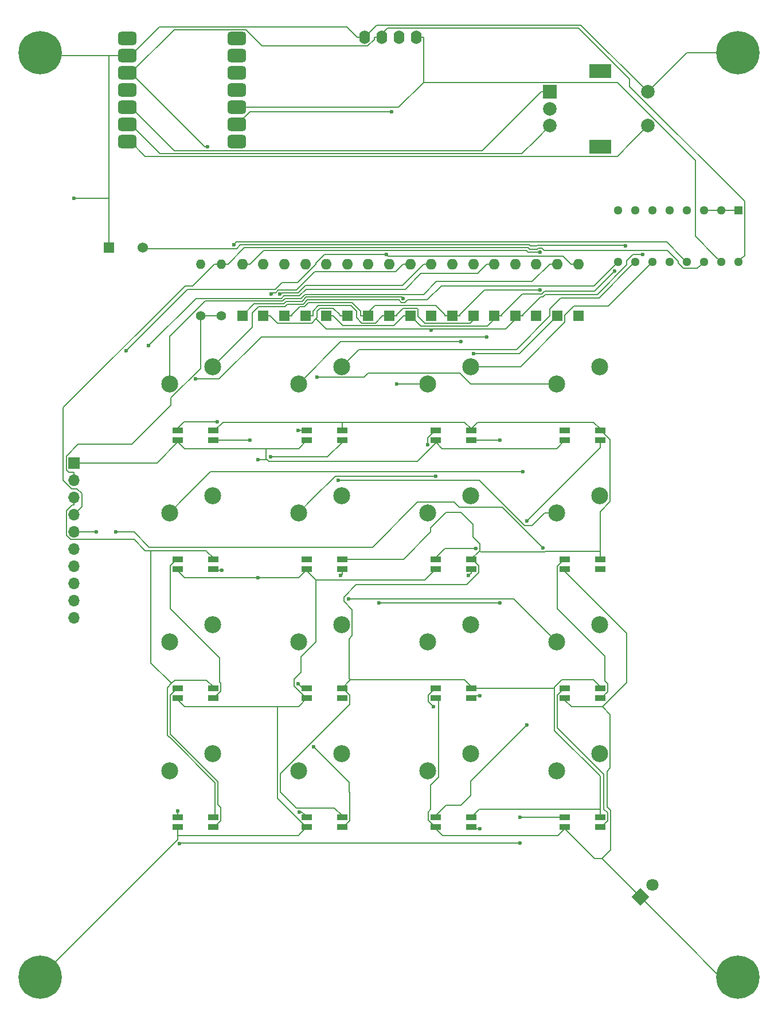
<source format=gbl>
G04 #@! TF.GenerationSoftware,KiCad,Pcbnew,8.0.6-8.0.6-0~ubuntu22.04.1*
G04 #@! TF.CreationDate,2024-10-20T22:38:44+08:00*
G04 #@! TF.ProjectId,MacroPad,4d616372-6f50-4616-942e-6b696361645f,rev?*
G04 #@! TF.SameCoordinates,Original*
G04 #@! TF.FileFunction,Copper,L2,Bot*
G04 #@! TF.FilePolarity,Positive*
%FSLAX46Y46*%
G04 Gerber Fmt 4.6, Leading zero omitted, Abs format (unit mm)*
G04 Created by KiCad (PCBNEW 8.0.6-8.0.6-0~ubuntu22.04.1) date 2024-10-20 22:38:44*
%MOMM*%
%LPD*%
G01*
G04 APERTURE LIST*
G04 Aperture macros list*
%AMRoundRect*
0 Rectangle with rounded corners*
0 $1 Rounding radius*
0 $2 $3 $4 $5 $6 $7 $8 $9 X,Y pos of 4 corners*
0 Add a 4 corners polygon primitive as box body*
4,1,4,$2,$3,$4,$5,$6,$7,$8,$9,$2,$3,0*
0 Add four circle primitives for the rounded corners*
1,1,$1+$1,$2,$3*
1,1,$1+$1,$4,$5*
1,1,$1+$1,$6,$7*
1,1,$1+$1,$8,$9*
0 Add four rect primitives between the rounded corners*
20,1,$1+$1,$2,$3,$4,$5,0*
20,1,$1+$1,$4,$5,$6,$7,0*
20,1,$1+$1,$6,$7,$8,$9,0*
20,1,$1+$1,$8,$9,$2,$3,0*%
%AMRotRect*
0 Rectangle, with rotation*
0 The origin of the aperture is its center*
0 $1 length*
0 $2 width*
0 $3 Rotation angle, in degrees counterclockwise*
0 Add horizontal line*
21,1,$1,$2,0,0,$3*%
G04 Aperture macros list end*
G04 #@! TA.AperFunction,ComponentPad*
%ADD10C,2.500000*%
G04 #@! TD*
G04 #@! TA.AperFunction,SMDPad,CuDef*
%ADD11RoundRect,0.082000X-0.718000X0.328000X-0.718000X-0.328000X0.718000X-0.328000X0.718000X0.328000X0*%
G04 #@! TD*
G04 #@! TA.AperFunction,ComponentPad*
%ADD12R,2.000000X2.000000*%
G04 #@! TD*
G04 #@! TA.AperFunction,ComponentPad*
%ADD13C,2.000000*%
G04 #@! TD*
G04 #@! TA.AperFunction,ComponentPad*
%ADD14R,3.200000X2.000000*%
G04 #@! TD*
G04 #@! TA.AperFunction,ComponentPad*
%ADD15R,1.524000X1.524000*%
G04 #@! TD*
G04 #@! TA.AperFunction,ComponentPad*
%ADD16C,1.524000*%
G04 #@! TD*
G04 #@! TA.AperFunction,ComponentPad*
%ADD17C,6.400000*%
G04 #@! TD*
G04 #@! TA.AperFunction,ComponentPad*
%ADD18R,1.295400X1.295400*%
G04 #@! TD*
G04 #@! TA.AperFunction,ComponentPad*
%ADD19C,1.295400*%
G04 #@! TD*
G04 #@! TA.AperFunction,ComponentPad*
%ADD20RotRect,1.800000X1.800000X45.000000*%
G04 #@! TD*
G04 #@! TA.AperFunction,ComponentPad*
%ADD21C,1.800000*%
G04 #@! TD*
G04 #@! TA.AperFunction,ComponentPad*
%ADD22O,1.600000X2.000000*%
G04 #@! TD*
G04 #@! TA.AperFunction,ComponentPad*
%ADD23R,1.600000X1.600000*%
G04 #@! TD*
G04 #@! TA.AperFunction,ComponentPad*
%ADD24O,1.600000X1.600000*%
G04 #@! TD*
G04 #@! TA.AperFunction,ComponentPad*
%ADD25C,1.400000*%
G04 #@! TD*
G04 #@! TA.AperFunction,ComponentPad*
%ADD26O,1.400000X1.400000*%
G04 #@! TD*
G04 #@! TA.AperFunction,SMDPad,CuDef*
%ADD27RoundRect,0.500000X0.875000X0.500000X-0.875000X0.500000X-0.875000X-0.500000X0.875000X-0.500000X0*%
G04 #@! TD*
G04 #@! TA.AperFunction,ComponentPad*
%ADD28C,1.600000*%
G04 #@! TD*
G04 #@! TA.AperFunction,ComponentPad*
%ADD29R,1.700000X1.700000*%
G04 #@! TD*
G04 #@! TA.AperFunction,ComponentPad*
%ADD30O,1.700000X1.700000*%
G04 #@! TD*
G04 #@! TA.AperFunction,ViaPad*
%ADD31C,0.600000*%
G04 #@! TD*
G04 #@! TA.AperFunction,Conductor*
%ADD32C,0.200000*%
G04 #@! TD*
G04 APERTURE END LIST*
D10*
G04 #@! TO.P,SW12,1,1*
G04 #@! TO.N,Net-(D11-A)*
X101037500Y-119372500D03*
G04 #@! TO.P,SW12,2,2*
G04 #@! TO.N,COL3*
X107387500Y-116832500D03*
G04 #@! TD*
G04 #@! TO.P,SW14,1,1*
G04 #@! TO.N,Net-(D13-A)*
X120087500Y-81272500D03*
G04 #@! TO.P,SW14,2,2*
G04 #@! TO.N,COL4*
X126437500Y-78732500D03*
G04 #@! TD*
G04 #@! TO.P,SW5,1,1*
G04 #@! TO.N,Net-(D4-A)*
X62937500Y-138422500D03*
G04 #@! TO.P,SW5,2,2*
G04 #@! TO.N,COL1*
X69287500Y-135882500D03*
G04 #@! TD*
G04 #@! TO.P,SW13,1,1*
G04 #@! TO.N,Net-(D12-A)*
X101037500Y-138422500D03*
G04 #@! TO.P,SW13,2,2*
G04 #@! TO.N,COL3*
X107387500Y-135882500D03*
G04 #@! TD*
G04 #@! TO.P,SW8,1,1*
G04 #@! TO.N,Net-(D7-A)*
X81987500Y-119372500D03*
G04 #@! TO.P,SW8,2,2*
G04 #@! TO.N,COL2*
X88337500Y-116832500D03*
G04 #@! TD*
G04 #@! TO.P,SW7,1,1*
G04 #@! TO.N,Net-(D6-A)*
X81987500Y-100322500D03*
G04 #@! TO.P,SW7,2,2*
G04 #@! TO.N,COL2*
X88337500Y-97782500D03*
G04 #@! TD*
D11*
G04 #@! TO.P,D29,1,DOUT*
G04 #@! TO.N,Net-(D29-DOUT)*
X121297500Y-88142499D03*
G04 #@! TO.P,D29,2,VSS*
G04 #@! TO.N,GND*
X121297500Y-89642499D03*
G04 #@! TO.P,D29,3,DIN*
G04 #@! TO.N,Net-(D28-DOUT)*
X126497500Y-89642499D03*
G04 #@! TO.P,D29,4,VDD*
G04 #@! TO.N,5V*
X126497500Y-88142499D03*
G04 #@! TD*
D10*
G04 #@! TO.P,SW15,1,1*
G04 #@! TO.N,Net-(D14-A)*
X120087500Y-100322500D03*
G04 #@! TO.P,SW15,2,2*
G04 #@! TO.N,COL4*
X126437500Y-97782500D03*
G04 #@! TD*
G04 #@! TO.P,SW11,1,1*
G04 #@! TO.N,Net-(D10-A)*
X101037500Y-100322500D03*
G04 #@! TO.P,SW11,2,2*
G04 #@! TO.N,COL3*
X107387500Y-97782500D03*
G04 #@! TD*
D12*
G04 #@! TO.P,SW1,A,A*
G04 #@! TO.N,EC11A*
X119072500Y-38157500D03*
D13*
G04 #@! TO.P,SW1,B,B*
G04 #@! TO.N,EC11B*
X119072500Y-43157500D03*
G04 #@! TO.P,SW1,C,C*
G04 #@! TO.N,GND*
X119072500Y-40657500D03*
D14*
G04 #@! TO.P,SW1,MP*
G04 #@! TO.N,N/C*
X126572500Y-35057500D03*
X126572500Y-46257500D03*
D13*
G04 #@! TO.P,SW1,S1,S1*
G04 #@! TO.N,EC11SW*
X133572500Y-43157500D03*
G04 #@! TO.P,SW1,S2,S2*
G04 #@! TO.N,GND*
X133572500Y-38157500D03*
G04 #@! TD*
D15*
G04 #@! TO.P,U3,1,1*
G04 #@! TO.N,GND*
X53989300Y-61157500D03*
D16*
G04 #@! TO.P,U3,2,2*
G04 #@! TO.N,Net-(D34-K)*
X58989300Y-61157500D03*
G04 #@! TD*
D11*
G04 #@! TO.P,D22,1,DOUT*
G04 #@! TO.N,Net-(D22-DOUT)*
X83197500Y-107192499D03*
G04 #@! TO.P,D22,2,VSS*
G04 #@! TO.N,GND*
X83197500Y-108692499D03*
G04 #@! TO.P,D22,3,DIN*
G04 #@! TO.N,Net-(D21-DOUT)*
X88397500Y-108692499D03*
G04 #@! TO.P,D22,4,VDD*
G04 #@! TO.N,5V*
X88397500Y-107192499D03*
G04 #@! TD*
G04 #@! TO.P,D30,1,DOUT*
G04 #@! TO.N,Net-(D30-DOUT)*
X121297500Y-107192499D03*
G04 #@! TO.P,D30,2,VSS*
G04 #@! TO.N,GND*
X121297500Y-108692499D03*
G04 #@! TO.P,D30,3,DIN*
G04 #@! TO.N,Net-(D29-DOUT)*
X126497500Y-108692499D03*
G04 #@! TO.P,D30,4,VDD*
G04 #@! TO.N,5V*
X126497500Y-107192499D03*
G04 #@! TD*
D17*
G04 #@! TO.P,H2,1,1*
G04 #@! TO.N,GND*
X43822500Y-32407500D03*
G04 #@! TD*
D11*
G04 #@! TO.P,D26,1,DOUT*
G04 #@! TO.N,Net-(D26-DOUT)*
X102247500Y-107192499D03*
G04 #@! TO.P,D26,2,VSS*
G04 #@! TO.N,GND*
X102247500Y-108692499D03*
G04 #@! TO.P,D26,3,DIN*
G04 #@! TO.N,Net-(D25-DOUT)*
X107447500Y-108692499D03*
G04 #@! TO.P,D26,4,VDD*
G04 #@! TO.N,5V*
X107447500Y-107192499D03*
G04 #@! TD*
G04 #@! TO.P,D28,1,DOUT*
G04 #@! TO.N,Net-(D28-DOUT)*
X102247500Y-145292499D03*
G04 #@! TO.P,D28,2,VSS*
G04 #@! TO.N,GND*
X102247500Y-146792499D03*
G04 #@! TO.P,D28,3,DIN*
G04 #@! TO.N,Net-(D27-DOUT)*
X107447500Y-146792499D03*
G04 #@! TO.P,D28,4,VDD*
G04 #@! TO.N,5V*
X107447500Y-145292499D03*
G04 #@! TD*
D18*
G04 #@! TO.P,U2,1,A0*
G04 #@! TO.N,GND*
X146902500Y-55657500D03*
D19*
G04 #@! TO.P,U2,2,A1*
X144362500Y-55657500D03*
G04 #@! TO.P,U2,3,A2*
X141822500Y-55657500D03*
G04 #@! TO.P,U2,4,P0*
G04 #@! TO.N,ROW1*
X139282500Y-55657500D03*
G04 #@! TO.P,U2,5,P1*
G04 #@! TO.N,ROW2*
X136742500Y-55657500D03*
G04 #@! TO.P,U2,6,P2*
G04 #@! TO.N,ROW3*
X134202500Y-55657500D03*
G04 #@! TO.P,U2,7,P3*
G04 #@! TO.N,ROW4*
X131662500Y-55657500D03*
G04 #@! TO.P,U2,8,VSS*
G04 #@! TO.N,GND*
X129122500Y-55657500D03*
G04 #@! TO.P,U2,9,P4*
G04 #@! TO.N,COL1*
X129122500Y-63277500D03*
G04 #@! TO.P,U2,10,P5*
G04 #@! TO.N,COL2*
X131662500Y-63277500D03*
G04 #@! TO.P,U2,11,P6*
G04 #@! TO.N,COL3*
X134202500Y-63277500D03*
G04 #@! TO.P,U2,12,P7*
G04 #@! TO.N,COL4*
X136742500Y-63277500D03*
G04 #@! TO.P,U2,13,~{INT}*
G04 #@! TO.N,INT*
X139282500Y-63277500D03*
G04 #@! TO.P,U2,14,SCL*
G04 #@! TO.N,SCL*
X141822500Y-63277500D03*
G04 #@! TO.P,U2,15,SDA*
G04 #@! TO.N,SDA*
X144362500Y-63277500D03*
G04 #@! TO.P,U2,16,VDD*
G04 #@! TO.N,3V3*
X146902500Y-63277500D03*
G04 #@! TD*
D10*
G04 #@! TO.P,SW9,1,1*
G04 #@! TO.N,Net-(D8-A)*
X81987500Y-138422500D03*
G04 #@! TO.P,SW9,2,2*
G04 #@! TO.N,COL2*
X88337500Y-135882500D03*
G04 #@! TD*
G04 #@! TO.P,SW10,1,1*
G04 #@! TO.N,Net-(D9-A)*
X101037500Y-81272500D03*
G04 #@! TO.P,SW10,2,2*
G04 #@! TO.N,COL3*
X107387500Y-78732500D03*
G04 #@! TD*
D17*
G04 #@! TO.P,H3,1,1*
G04 #@! TO.N,GND*
X146822500Y-168907500D03*
G04 #@! TD*
G04 #@! TO.P,H4,1,1*
G04 #@! TO.N,GND*
X43822500Y-168907500D03*
G04 #@! TD*
D11*
G04 #@! TO.P,D18,1,DOUT*
G04 #@! TO.N,Net-(D18-DOUT)*
X64147500Y-107192499D03*
G04 #@! TO.P,D18,2,VSS*
G04 #@! TO.N,GND*
X64147500Y-108692499D03*
G04 #@! TO.P,D18,3,DIN*
G04 #@! TO.N,Net-(D17-DOUT)*
X69347500Y-108692499D03*
G04 #@! TO.P,D18,4,VDD*
G04 #@! TO.N,5V*
X69347500Y-107192499D03*
G04 #@! TD*
G04 #@! TO.P,D19,1,DOUT*
G04 #@! TO.N,Net-(D19-DOUT)*
X64147500Y-126242499D03*
G04 #@! TO.P,D19,2,VSS*
G04 #@! TO.N,GND*
X64147500Y-127742499D03*
G04 #@! TO.P,D19,3,DIN*
G04 #@! TO.N,Net-(D18-DOUT)*
X69347500Y-127742499D03*
G04 #@! TO.P,D19,4,VDD*
G04 #@! TO.N,5V*
X69347500Y-126242499D03*
G04 #@! TD*
D10*
G04 #@! TO.P,SW17,1,1*
G04 #@! TO.N,Net-(D16-A)*
X120087500Y-138422500D03*
G04 #@! TO.P,SW17,2,2*
G04 #@! TO.N,COL4*
X126437500Y-135882500D03*
G04 #@! TD*
D11*
G04 #@! TO.P,D31,1,DOUT*
G04 #@! TO.N,Net-(D31-DOUT)*
X121297500Y-126242499D03*
G04 #@! TO.P,D31,2,VSS*
G04 #@! TO.N,GND*
X121297500Y-127742499D03*
G04 #@! TO.P,D31,3,DIN*
G04 #@! TO.N,Net-(D30-DOUT)*
X126497500Y-127742499D03*
G04 #@! TO.P,D31,4,VDD*
G04 #@! TO.N,5V*
X126497500Y-126242499D03*
G04 #@! TD*
D10*
G04 #@! TO.P,SW4,1,1*
G04 #@! TO.N,Net-(D3-A)*
X62937500Y-119372500D03*
G04 #@! TO.P,SW4,2,2*
G04 #@! TO.N,COL1*
X69287500Y-116832500D03*
G04 #@! TD*
D20*
G04 #@! TO.P,D33,1,K*
G04 #@! TO.N,GND*
X132420900Y-157059100D03*
D21*
G04 #@! TO.P,D33,2,A*
G04 #@! TO.N,RedLED*
X134216951Y-155263049D03*
G04 #@! TD*
D11*
G04 #@! TO.P,D24,1,DOUT*
G04 #@! TO.N,Net-(D24-DOUT)*
X83197500Y-145292499D03*
G04 #@! TO.P,D24,2,VSS*
G04 #@! TO.N,GND*
X83197500Y-146792499D03*
G04 #@! TO.P,D24,3,DIN*
G04 #@! TO.N,Net-(D23-DOUT)*
X88397500Y-146792499D03*
G04 #@! TO.P,D24,4,VDD*
G04 #@! TO.N,5V*
X88397500Y-145292499D03*
G04 #@! TD*
G04 #@! TO.P,D32,1,DOUT*
G04 #@! TO.N,NeoPixelsEnd*
X121297500Y-145292499D03*
G04 #@! TO.P,D32,2,VSS*
G04 #@! TO.N,GND*
X121297500Y-146792499D03*
G04 #@! TO.P,D32,3,DIN*
G04 #@! TO.N,Net-(D31-DOUT)*
X126497500Y-146792499D03*
G04 #@! TO.P,D32,4,VDD*
G04 #@! TO.N,5V*
X126497500Y-145292499D03*
G04 #@! TD*
D10*
G04 #@! TO.P,SW16,1,1*
G04 #@! TO.N,Net-(D15-A)*
X120087500Y-119372500D03*
G04 #@! TO.P,SW16,2,2*
G04 #@! TO.N,COL4*
X126437500Y-116832500D03*
G04 #@! TD*
G04 #@! TO.P,SW3,1,1*
G04 #@! TO.N,Net-(D2-A)*
X62937500Y-100322500D03*
G04 #@! TO.P,SW3,2,2*
G04 #@! TO.N,COL1*
X69287500Y-97782500D03*
G04 #@! TD*
D11*
G04 #@! TO.P,D23,1,DOUT*
G04 #@! TO.N,Net-(D23-DOUT)*
X83197500Y-126242499D03*
G04 #@! TO.P,D23,2,VSS*
G04 #@! TO.N,GND*
X83197500Y-127742499D03*
G04 #@! TO.P,D23,3,DIN*
G04 #@! TO.N,Net-(D22-DOUT)*
X88397500Y-127742499D03*
G04 #@! TO.P,D23,4,VDD*
G04 #@! TO.N,5V*
X88397500Y-126242499D03*
G04 #@! TD*
D22*
G04 #@! TO.P,Brd1,1,GND*
G04 #@! TO.N,GND*
X91702500Y-30057500D03*
G04 #@! TO.P,Brd1,2,VCC*
G04 #@! TO.N,3V3*
X94242500Y-30057500D03*
G04 #@! TO.P,Brd1,3,SCL*
G04 #@! TO.N,SCL*
X96782500Y-30057500D03*
G04 #@! TO.P,Brd1,4,SDA*
G04 #@! TO.N,SDA*
X99322500Y-30057500D03*
G04 #@! TD*
D17*
G04 #@! TO.P,H1,1,1*
G04 #@! TO.N,GND*
X146822500Y-32407500D03*
G04 #@! TD*
D11*
G04 #@! TO.P,D25,1,DOUT*
G04 #@! TO.N,Net-(D25-DOUT)*
X102247500Y-88142499D03*
G04 #@! TO.P,D25,2,VSS*
G04 #@! TO.N,GND*
X102247500Y-89642499D03*
G04 #@! TO.P,D25,3,DIN*
G04 #@! TO.N,Net-(D24-DOUT)*
X107447500Y-89642499D03*
G04 #@! TO.P,D25,4,VDD*
G04 #@! TO.N,5V*
X107447500Y-88142499D03*
G04 #@! TD*
G04 #@! TO.P,D21,1,DOUT*
G04 #@! TO.N,Net-(D21-DOUT)*
X83197500Y-88142499D03*
G04 #@! TO.P,D21,2,VSS*
G04 #@! TO.N,GND*
X83197500Y-89642499D03*
G04 #@! TO.P,D21,3,DIN*
G04 #@! TO.N,Net-(D20-DOUT)*
X88397500Y-89642499D03*
G04 #@! TO.P,D21,4,VDD*
G04 #@! TO.N,5V*
X88397500Y-88142499D03*
G04 #@! TD*
D10*
G04 #@! TO.P,SW6,1,1*
G04 #@! TO.N,Net-(D5-A)*
X81987500Y-81272500D03*
G04 #@! TO.P,SW6,2,2*
G04 #@! TO.N,COL2*
X88337500Y-78732500D03*
G04 #@! TD*
D11*
G04 #@! TO.P,D27,1,DOUT*
G04 #@! TO.N,Net-(D27-DOUT)*
X102247500Y-126242499D03*
G04 #@! TO.P,D27,2,VSS*
G04 #@! TO.N,GND*
X102247500Y-127742499D03*
G04 #@! TO.P,D27,3,DIN*
G04 #@! TO.N,Net-(D26-DOUT)*
X107447500Y-127742499D03*
G04 #@! TO.P,D27,4,VDD*
G04 #@! TO.N,5V*
X107447500Y-126242499D03*
G04 #@! TD*
D10*
G04 #@! TO.P,SW2,1,1*
G04 #@! TO.N,Net-(D1-A)*
X62937500Y-81272500D03*
G04 #@! TO.P,SW2,2,2*
G04 #@! TO.N,COL1*
X69287500Y-78732500D03*
G04 #@! TD*
D11*
G04 #@! TO.P,D17,1,DOUT*
G04 #@! TO.N,Net-(D17-DOUT)*
X64147500Y-88142499D03*
G04 #@! TO.P,D17,2,VSS*
G04 #@! TO.N,GND*
X64147500Y-89642499D03*
G04 #@! TO.P,D17,3,DIN*
G04 #@! TO.N,Neopixels*
X69347500Y-89642499D03*
G04 #@! TO.P,D17,4,VDD*
G04 #@! TO.N,5V*
X69347500Y-88142499D03*
G04 #@! TD*
G04 #@! TO.P,D20,1,DOUT*
G04 #@! TO.N,Net-(D20-DOUT)*
X64147500Y-145292499D03*
G04 #@! TO.P,D20,2,VSS*
G04 #@! TO.N,GND*
X64147500Y-146792499D03*
G04 #@! TO.P,D20,3,DIN*
G04 #@! TO.N,Net-(D19-DOUT)*
X69347500Y-146792499D03*
G04 #@! TO.P,D20,4,VDD*
G04 #@! TO.N,5V*
X69347500Y-145292499D03*
G04 #@! TD*
D23*
G04 #@! TO.P,D10,1,K*
G04 #@! TO.N,ROW3*
X92282500Y-71197500D03*
D24*
G04 #@! TO.P,D10,2,A*
G04 #@! TO.N,Net-(D10-A)*
X92282500Y-63577500D03*
G04 #@! TD*
D23*
G04 #@! TO.P,D7,1,K*
G04 #@! TO.N,ROW2*
X101582500Y-71197500D03*
D24*
G04 #@! TO.P,D7,2,A*
G04 #@! TO.N,Net-(D7-A)*
X101582500Y-63577500D03*
G04 #@! TD*
D25*
G04 #@! TO.P,R2,1*
G04 #@! TO.N,3V3*
X67482500Y-71197500D03*
D26*
G04 #@! TO.P,R2,2*
G04 #@! TO.N,SDA*
X67482500Y-63577500D03*
G04 #@! TD*
D25*
G04 #@! TO.P,R1,1*
G04 #@! TO.N,3V3*
X70582500Y-71197500D03*
D26*
G04 #@! TO.P,R1,2*
G04 #@! TO.N,SCL*
X70582500Y-63577500D03*
G04 #@! TD*
D23*
G04 #@! TO.P,D8,1,K*
G04 #@! TO.N,ROW1*
X98482500Y-71197500D03*
D24*
G04 #@! TO.P,D8,2,A*
G04 #@! TO.N,Net-(D8-A)*
X98482500Y-63577500D03*
G04 #@! TD*
D23*
G04 #@! TO.P,D16,1,K*
G04 #@! TO.N,ROW1*
X73682500Y-71197500D03*
D24*
G04 #@! TO.P,D16,2,A*
G04 #@! TO.N,Net-(D16-A)*
X73682500Y-63577500D03*
G04 #@! TD*
D23*
G04 #@! TO.P,D34,1,K*
G04 #@! TO.N,Net-(D34-K)*
X123282500Y-71197500D03*
D24*
G04 #@! TO.P,D34,2,A*
G04 #@! TO.N,Buzzer*
X123282500Y-63577500D03*
G04 #@! TD*
D27*
G04 #@! TO.P,U1,1,PA02_A0_D0*
G04 #@! TO.N,Buzzer*
X72887500Y-30287500D03*
D23*
X72442500Y-30287500D03*
D27*
G04 #@! TO.P,U1,2,PA4_A1_D1*
G04 #@! TO.N,Neopixels*
X72887500Y-32827500D03*
D28*
X72442500Y-32827500D03*
D27*
G04 #@! TO.P,U1,3,PA10_A2_D2*
G04 #@! TO.N,RedLED*
X72887500Y-35367500D03*
D28*
X72442500Y-35367500D03*
D27*
G04 #@! TO.P,U1,4,PA11_A3_D3*
G04 #@! TO.N,PA11*
X72887500Y-37907500D03*
D28*
X72442500Y-37907500D03*
D27*
G04 #@! TO.P,U1,5,PA8_A4_D4_SDA*
G04 #@! TO.N,SDA*
X72887500Y-40447500D03*
D28*
X72442500Y-40447500D03*
D27*
G04 #@! TO.P,U1,6,PA9_A5_D5_SCL*
G04 #@! TO.N,SCL*
X72887500Y-42987500D03*
D28*
X72442500Y-42987500D03*
D27*
G04 #@! TO.P,U1,7,PB08_A6_D6_TX*
G04 #@! TO.N,INT*
X72887500Y-45527500D03*
D28*
X72442500Y-45527500D03*
G04 #@! TO.P,U1,8,PB09_A7_D7_RX*
G04 #@! TO.N,EC11SW*
X57202500Y-45527500D03*
D27*
X56722500Y-45527500D03*
D28*
G04 #@! TO.P,U1,9,PA7_A8_D8_SCK*
G04 #@! TO.N,EC11B*
X57202500Y-42987500D03*
D27*
X56722500Y-42987500D03*
D28*
G04 #@! TO.P,U1,10,PA5_A9_D9_MISO*
G04 #@! TO.N,EC11A*
X57202500Y-40447500D03*
D27*
X56722500Y-40447500D03*
D28*
G04 #@! TO.P,U1,11,PA6_A10_D10_MOSI*
G04 #@! TO.N,PA5*
X57202500Y-37907500D03*
D27*
X56722500Y-37907500D03*
D28*
G04 #@! TO.P,U1,12,3V3*
G04 #@! TO.N,3V3*
X57202500Y-35367500D03*
D27*
X56722500Y-35367500D03*
D28*
G04 #@! TO.P,U1,13,GND*
G04 #@! TO.N,GND*
X57202500Y-32827500D03*
D27*
X56722500Y-32827500D03*
D28*
G04 #@! TO.P,U1,14,5V*
G04 #@! TO.N,5V*
X57202500Y-30287500D03*
D27*
X56722500Y-30287500D03*
G04 #@! TD*
D23*
G04 #@! TO.P,D15,1,K*
G04 #@! TO.N,ROW2*
X76782500Y-71197500D03*
D24*
G04 #@! TO.P,D15,2,A*
G04 #@! TO.N,Net-(D15-A)*
X76782500Y-63577500D03*
G04 #@! TD*
D23*
G04 #@! TO.P,D14,1,K*
G04 #@! TO.N,ROW3*
X79882500Y-71197500D03*
D24*
G04 #@! TO.P,D14,2,A*
G04 #@! TO.N,Net-(D14-A)*
X79882500Y-63577500D03*
G04 #@! TD*
D23*
G04 #@! TO.P,D5,1,K*
G04 #@! TO.N,ROW4*
X107782500Y-71197500D03*
D24*
G04 #@! TO.P,D5,2,A*
G04 #@! TO.N,Net-(D5-A)*
X107782500Y-63577500D03*
G04 #@! TD*
D23*
G04 #@! TO.P,D11,1,K*
G04 #@! TO.N,ROW2*
X89182500Y-71197500D03*
D24*
G04 #@! TO.P,D11,2,A*
G04 #@! TO.N,Net-(D11-A)*
X89182500Y-63577500D03*
G04 #@! TD*
D23*
G04 #@! TO.P,D12,1,K*
G04 #@! TO.N,ROW1*
X86082500Y-71197500D03*
D24*
G04 #@! TO.P,D12,2,A*
G04 #@! TO.N,Net-(D12-A)*
X86082500Y-63577500D03*
G04 #@! TD*
D23*
G04 #@! TO.P,D6,1,K*
G04 #@! TO.N,ROW3*
X104682500Y-71197500D03*
D24*
G04 #@! TO.P,D6,2,A*
G04 #@! TO.N,Net-(D6-A)*
X104682500Y-63577500D03*
G04 #@! TD*
D23*
G04 #@! TO.P,D1,1,K*
G04 #@! TO.N,ROW4*
X120182500Y-71197500D03*
D24*
G04 #@! TO.P,D1,2,A*
G04 #@! TO.N,Net-(D1-A)*
X120182500Y-63577500D03*
G04 #@! TD*
D23*
G04 #@! TO.P,D3,1,K*
G04 #@! TO.N,ROW2*
X113982500Y-71197500D03*
D24*
G04 #@! TO.P,D3,2,A*
G04 #@! TO.N,Net-(D3-A)*
X113982500Y-63577500D03*
G04 #@! TD*
D23*
G04 #@! TO.P,D2,1,K*
G04 #@! TO.N,ROW3*
X117082500Y-71197500D03*
D24*
G04 #@! TO.P,D2,2,A*
G04 #@! TO.N,Net-(D2-A)*
X117082500Y-63577500D03*
G04 #@! TD*
D25*
G04 #@! TO.P,R3,1*
G04 #@! TO.N,3V3*
X67482500Y-71197500D03*
D26*
G04 #@! TO.P,R3,2*
G04 #@! TO.N,INT*
X67482500Y-63577500D03*
G04 #@! TD*
D29*
G04 #@! TO.P,J1,1,Pin_1*
G04 #@! TO.N,GND*
X48822500Y-92957500D03*
D30*
G04 #@! TO.P,J1,2,Pin_2*
G04 #@! TO.N,3V3*
X48822500Y-95497500D03*
G04 #@! TO.P,J1,3,Pin_3*
G04 #@! TO.N,5V*
X48822500Y-98037500D03*
G04 #@! TO.P,J1,4,Pin_4*
G04 #@! TO.N,SCL*
X48822500Y-100577500D03*
G04 #@! TO.P,J1,5,Pin_5*
G04 #@! TO.N,SDA*
X48822500Y-103117500D03*
G04 #@! TO.P,J1,6,Pin_6*
G04 #@! TO.N,PA5*
X48822500Y-105657500D03*
G04 #@! TO.P,J1,7,Pin_7*
G04 #@! TO.N,PA11*
X48822500Y-108197500D03*
G04 #@! TO.P,J1,8,Pin_8*
G04 #@! TO.N,RedLED*
X48822500Y-110737500D03*
G04 #@! TO.P,J1,9,Pin_9*
G04 #@! TO.N,NeoPixelsEnd*
X48822500Y-113277500D03*
G04 #@! TO.P,J1,10,Pin_10*
G04 #@! TO.N,Buzzer*
X48822500Y-115817500D03*
G04 #@! TD*
D23*
G04 #@! TO.P,D9,1,K*
G04 #@! TO.N,ROW4*
X95382500Y-71197500D03*
D24*
G04 #@! TO.P,D9,2,A*
G04 #@! TO.N,Net-(D9-A)*
X95382500Y-63577500D03*
G04 #@! TD*
D23*
G04 #@! TO.P,D13,1,K*
G04 #@! TO.N,ROW4*
X82982500Y-71197500D03*
D24*
G04 #@! TO.P,D13,2,A*
G04 #@! TO.N,Net-(D13-A)*
X82982500Y-63577500D03*
G04 #@! TD*
D23*
G04 #@! TO.P,D4,1,K*
G04 #@! TO.N,ROW1*
X110882500Y-71197500D03*
D24*
G04 #@! TO.P,D4,2,A*
G04 #@! TO.N,Net-(D4-A)*
X110882500Y-63577500D03*
G04 #@! TD*
D31*
G04 #@! TO.N,Net-(D34-K)*
X130224000Y-60932600D03*
G04 #@! TO.N,NeoPixelsEnd*
X114687000Y-145292000D03*
X114687000Y-149090000D03*
X64388700Y-149197000D03*
G04 #@! TO.N,Net-(D28-DOUT)*
X115684000Y-131662000D03*
X115684000Y-101554000D03*
G04 #@! TO.N,Net-(D27-DOUT)*
X101908000Y-129003000D03*
X108774000Y-147029000D03*
G04 #@! TO.N,Net-(D26-DOUT)*
X108753000Y-127396000D03*
X108163000Y-105618000D03*
G04 #@! TO.N,Net-(D25-DOUT)*
X101044000Y-90318100D03*
X107051000Y-109612000D03*
G04 #@! TO.N,Net-(D24-DOUT)*
X111708000Y-89642500D03*
X111708000Y-113642000D03*
X93834000Y-113642000D03*
X82074400Y-144542000D03*
G04 #@! TO.N,Net-(D23-DOUT)*
X81918000Y-125603000D03*
X84187000Y-134866000D03*
G04 #@! TO.N,Net-(D21-DOUT)*
X81893500Y-88142500D03*
X88165100Y-109611000D03*
G04 #@! TO.N,Net-(D20-DOUT)*
X77837600Y-92056900D03*
X64145200Y-144379000D03*
G04 #@! TO.N,Net-(D17-DOUT)*
X69935200Y-86912500D03*
X70677600Y-108832000D03*
G04 #@! TO.N,Neopixels*
X74784200Y-89642500D03*
G04 #@! TO.N,RedLED*
X55010800Y-103171000D03*
X118067000Y-105518000D03*
G04 #@! TO.N,INT*
X72442500Y-60700200D03*
G04 #@! TO.N,Net-(D16-A)*
X117666000Y-61817600D03*
G04 #@! TO.N,Net-(D15-A)*
X89343300Y-113040000D03*
G04 #@! TO.N,Net-(D14-A)*
X87799400Y-95512000D03*
G04 #@! TO.N,Net-(D13-A)*
X84712800Y-80313800D03*
G04 #@! TO.N,Net-(D9-A)*
X96484200Y-81272500D03*
G04 #@! TO.N,Net-(D8-A)*
X77924100Y-68018400D03*
G04 #@! TO.N,Net-(D7-A)*
X79204100Y-68048700D03*
G04 #@! TO.N,Net-(D6-A)*
X102231000Y-94909500D03*
G04 #@! TO.N,Net-(D5-A)*
X105992000Y-75050200D03*
G04 #@! TO.N,Net-(D4-A)*
X59817400Y-75669500D03*
G04 #@! TO.N,ROW1*
X128645000Y-64628300D03*
X97443400Y-68675400D03*
G04 #@! TO.N,ROW2*
X132790000Y-62187000D03*
X101582000Y-73385000D03*
G04 #@! TO.N,Net-(D3-A)*
X109735000Y-74363500D03*
X66767000Y-80581600D03*
G04 #@! TO.N,ROW3*
X117666000Y-67403800D03*
G04 #@! TO.N,Net-(D2-A)*
X115084000Y-94287300D03*
G04 #@! TO.N,ROW4*
X107782000Y-76794000D03*
G04 #@! TO.N,Buzzer*
X94959200Y-62168600D03*
X56504000Y-76371100D03*
G04 #@! TO.N,GND*
X48822500Y-53893400D03*
X75960000Y-92473800D03*
X75960000Y-109906000D03*
G04 #@! TO.N,SDA*
X52128000Y-103118000D03*
G04 #@! TO.N,SCL*
X95680800Y-41056200D03*
G04 #@! TO.N,3V3*
X68531800Y-46266000D03*
G04 #@! TD*
D32*
G04 #@! TO.N,Net-(D34-K)*
X59138200Y-61306400D02*
X58989300Y-61157500D01*
X72821600Y-61306400D02*
X59138200Y-61306400D01*
X73364600Y-60763400D02*
X72821600Y-61306400D01*
X116066000Y-60763400D02*
X73364600Y-60763400D01*
X116236000Y-60932600D02*
X116066000Y-60763400D01*
X117132000Y-60932600D02*
X116236000Y-60932600D01*
X117251000Y-60814200D02*
X117132000Y-60932600D01*
X130105000Y-60814200D02*
X117251000Y-60814200D01*
X130224000Y-60932600D02*
X130105000Y-60814200D01*
G04 #@! TO.N,NeoPixelsEnd*
X64495100Y-149090000D02*
X64388700Y-149197000D01*
X114687000Y-149090000D02*
X64495100Y-149090000D01*
X121297500Y-145292500D02*
X121297500Y-145292000D01*
X121298000Y-145292000D02*
X121297500Y-145292000D01*
X121297500Y-145292000D02*
X114687000Y-145292000D01*
G04 #@! TO.N,Net-(D31-DOUT)*
X121298000Y-126242000D02*
X121297000Y-126242000D01*
X121297000Y-126242000D02*
X121297500Y-126242500D01*
X126540500Y-146792500D02*
X126541000Y-146792000D01*
X126497500Y-146792500D02*
X126540500Y-146792500D01*
X126618000Y-146792000D02*
X126541000Y-146792000D01*
X127619000Y-145792000D02*
X126618000Y-146792000D01*
X127619000Y-144648000D02*
X127619000Y-145792000D01*
X127082000Y-144112000D02*
X127619000Y-144648000D01*
X127082000Y-138962000D02*
X127082000Y-144112000D01*
X120188000Y-132068000D02*
X127082000Y-138962000D01*
X120188000Y-127263000D02*
X120188000Y-132068000D01*
X121208000Y-126242000D02*
X120188000Y-127263000D01*
X121297000Y-126242000D02*
X121208000Y-126242000D01*
X126541000Y-146792000D02*
X126498000Y-146792000D01*
G04 #@! TO.N,Net-(D30-DOUT)*
X121298000Y-107192000D02*
X121297000Y-107192000D01*
X121297000Y-107192000D02*
X121297500Y-107192500D01*
X126540500Y-127742500D02*
X126541000Y-127742000D01*
X126497500Y-127742500D02*
X126540500Y-127742500D01*
X126648000Y-127742000D02*
X126541000Y-127742000D01*
X127606000Y-126784000D02*
X126648000Y-127742000D01*
X127606000Y-125543000D02*
X127606000Y-126784000D01*
X127233000Y-125170000D02*
X127606000Y-125543000D01*
X127233000Y-121560000D02*
X127233000Y-125170000D01*
X120182000Y-114509000D02*
X127233000Y-121560000D01*
X120182000Y-108204000D02*
X120182000Y-114509000D01*
X121193000Y-107192000D02*
X120182000Y-108204000D01*
X121297000Y-107192000D02*
X121193000Y-107192000D01*
X126541000Y-127742000D02*
X126498000Y-127742000D01*
G04 #@! TO.N,Net-(D28-DOUT)*
X126498000Y-89642500D02*
X126498000Y-90191900D01*
X126498000Y-90741400D02*
X115684000Y-101554000D01*
X126498000Y-90191900D02*
X126498000Y-90741400D01*
X126497500Y-90191400D02*
X126497500Y-89642500D01*
X126498000Y-90191900D02*
X126497500Y-90191400D01*
X102248000Y-145292000D02*
X102248000Y-145165000D01*
X107399000Y-139947000D02*
X115684000Y-131662000D01*
X107399000Y-142097000D02*
X107399000Y-139947000D01*
X105975000Y-143521000D02*
X107399000Y-142097000D01*
X103764000Y-143521000D02*
X105975000Y-143521000D01*
X102248000Y-145038000D02*
X103764000Y-143521000D01*
X102248000Y-145165000D02*
X102248000Y-145038000D01*
X102247500Y-145165500D02*
X102247500Y-145292500D01*
X102248000Y-145165000D02*
X102247500Y-145165500D01*
G04 #@! TO.N,Net-(D27-DOUT)*
X102248000Y-126242000D02*
X102247000Y-126242000D01*
X101111000Y-128206000D02*
X101908000Y-129003000D01*
X101111000Y-127268000D02*
X101111000Y-128206000D01*
X102137000Y-126242000D02*
X101111000Y-127268000D01*
X102247000Y-126242000D02*
X102137000Y-126242000D01*
X102247000Y-126242000D02*
X102247500Y-126242500D01*
X107448000Y-146792000D02*
X107566000Y-146910500D01*
X107684000Y-147029000D02*
X108774000Y-147029000D01*
X107566000Y-146910500D02*
X107684000Y-147029000D01*
X107565500Y-146910500D02*
X107447500Y-146792500D01*
X107566000Y-146910500D02*
X107565500Y-146910500D01*
G04 #@! TO.N,Net-(D26-DOUT)*
X107794000Y-127396000D02*
X108753000Y-127396000D01*
X107448000Y-127742000D02*
X107794000Y-127396000D01*
X107448000Y-127742000D02*
X107447500Y-127742500D01*
X102248000Y-106958000D02*
X102248000Y-107075000D01*
X103588000Y-105618000D02*
X102248000Y-106958000D01*
X108163000Y-105618000D02*
X103588000Y-105618000D01*
X102248000Y-107075000D02*
X102248000Y-107192000D01*
X102247500Y-107075500D02*
X102247500Y-107192500D01*
X102248000Y-107075000D02*
X102247500Y-107075500D01*
G04 #@! TO.N,Net-(D25-DOUT)*
X101044000Y-89235100D02*
X101044000Y-90318100D01*
X102137000Y-88142500D02*
X101044000Y-89235100D01*
X102247500Y-88142500D02*
X102137000Y-88142500D01*
X102248000Y-88142500D02*
X102247500Y-88142500D01*
X107448000Y-108692000D02*
X107448000Y-108953500D01*
X107448000Y-109215000D02*
X107051000Y-109612000D01*
X107448000Y-108953500D02*
X107448000Y-109215000D01*
X107447500Y-108953000D02*
X107447500Y-108692500D01*
X107448000Y-108953500D02*
X107447500Y-108953000D01*
G04 #@! TO.N,Net-(D24-DOUT)*
X111708000Y-113642000D02*
X93834000Y-113642000D01*
X107448000Y-89642500D02*
X111708000Y-89642500D01*
X107448000Y-89642500D02*
X107447500Y-89642500D01*
X82446700Y-144542000D02*
X82822100Y-144917000D01*
X82074400Y-144542000D02*
X82446700Y-144542000D01*
X82822100Y-144917000D02*
X83197500Y-145292000D01*
X83197500Y-145292400D02*
X83197500Y-145292500D01*
X82822100Y-144917000D02*
X83197500Y-145292400D01*
G04 #@! TO.N,Net-(D23-DOUT)*
X88397500Y-146792000D02*
X88398000Y-146792000D01*
X89450800Y-140130000D02*
X84187000Y-134866000D01*
X89450800Y-141553000D02*
X89450800Y-140130000D01*
X89518700Y-141621000D02*
X89450800Y-141553000D01*
X89518700Y-145792000D02*
X89518700Y-141621000D01*
X88518200Y-146792000D02*
X89518700Y-145792000D01*
X88398000Y-146792000D02*
X88518200Y-146792000D01*
X88398000Y-146792000D02*
X88397500Y-146792500D01*
X83197500Y-126242000D02*
X83197000Y-126242000D01*
X82557700Y-126242000D02*
X81918000Y-125603000D01*
X83197000Y-126242000D02*
X82557700Y-126242000D01*
X83197000Y-126242000D02*
X83197500Y-126242500D01*
G04 #@! TO.N,Net-(D21-DOUT)*
X83197500Y-88142500D02*
X81893500Y-88142500D01*
X88397500Y-109379000D02*
X88397500Y-108692500D01*
X88165100Y-109611000D02*
X88397500Y-109379000D01*
X88397500Y-108692500D02*
X88397500Y-108692000D01*
G04 #@! TO.N,Net-(D20-DOUT)*
X86249100Y-92056900D02*
X77837600Y-92056900D01*
X88397500Y-89908500D02*
X86249100Y-92056900D01*
X88397500Y-89642500D02*
X88397500Y-89908500D01*
X64147500Y-144381000D02*
X64145200Y-144379000D01*
X64147500Y-145292000D02*
X64147500Y-144381000D01*
X64147500Y-145292000D02*
X64147500Y-145292500D01*
G04 #@! TO.N,Net-(D19-DOUT)*
X69347500Y-146792000D02*
X69348000Y-146792000D01*
X69348000Y-146792000D02*
X69347500Y-146792500D01*
X64039300Y-126242000D02*
X64147000Y-126242000D01*
X63027900Y-127254000D02*
X64039300Y-126242000D01*
X63027900Y-133030000D02*
X63027900Y-127254000D01*
X70026800Y-140029000D02*
X63027900Y-133030000D01*
X70026800Y-143491000D02*
X70026800Y-140029000D01*
X70449500Y-143913000D02*
X70026800Y-143491000D01*
X70449500Y-145828000D02*
X70449500Y-143913000D01*
X69485100Y-146792000D02*
X70449500Y-145828000D01*
X69348000Y-146792000D02*
X69485100Y-146792000D01*
X64147000Y-126242000D02*
X64147500Y-126242000D01*
X64147000Y-126242000D02*
X64147500Y-126242500D01*
G04 #@! TO.N,Net-(D18-DOUT)*
X69348000Y-127742000D02*
X69347500Y-127742000D01*
X69348000Y-127742000D02*
X69347500Y-127742500D01*
X64147500Y-107192000D02*
X64147000Y-107192000D01*
X69466400Y-127742000D02*
X69348000Y-127742000D01*
X70496500Y-126712000D02*
X69466400Y-127742000D01*
X70496500Y-125496000D02*
X70496500Y-126712000D01*
X70295000Y-125295000D02*
X70496500Y-125496000D01*
X70295000Y-121772000D02*
X70295000Y-125295000D01*
X63023200Y-114501000D02*
X70295000Y-121772000D01*
X63023200Y-108176000D02*
X63023200Y-114501000D01*
X64006500Y-107192000D02*
X63023200Y-108176000D01*
X64147000Y-107192000D02*
X64006500Y-107192000D01*
X64147000Y-107192000D02*
X64147500Y-107192500D01*
G04 #@! TO.N,Net-(D17-DOUT)*
X65085300Y-86912500D02*
X69935200Y-86912500D01*
X64147500Y-87850300D02*
X65085300Y-86912500D01*
X64147500Y-88142500D02*
X64147500Y-87850300D01*
X69347500Y-108692000D02*
X69417300Y-108762000D01*
X69487100Y-108832000D02*
X70677600Y-108832000D01*
X69417300Y-108762000D02*
X69487100Y-108832000D01*
X69417000Y-108762000D02*
X69347500Y-108692500D01*
X69417300Y-108762000D02*
X69417000Y-108762000D01*
G04 #@! TO.N,5V*
X56722500Y-30287500D02*
X57202500Y-30287500D01*
X126498000Y-107192000D02*
X126498000Y-105987000D01*
X88397500Y-88142500D02*
X88397500Y-86937800D01*
X108653000Y-144087000D02*
X107448000Y-145292000D01*
X126498000Y-144087000D02*
X108653000Y-144087000D01*
X126498000Y-144087000D02*
X126498000Y-145292000D01*
X126498000Y-139228000D02*
X126498000Y-144087000D01*
X119778000Y-132509000D02*
X126498000Y-139228000D01*
X119778000Y-126242000D02*
X119778000Y-132509000D01*
X118448000Y-105987000D02*
X126498000Y-105987000D01*
X118316000Y-106120000D02*
X118448000Y-105987000D01*
X108926000Y-106120000D02*
X118316000Y-106120000D01*
X108794000Y-105987000D02*
X108926000Y-106120000D01*
X106477000Y-86937800D02*
X107448000Y-87908400D01*
X88397500Y-86937800D02*
X106477000Y-86937800D01*
X70793600Y-86937800D02*
X88397500Y-86937800D01*
X69588900Y-88142500D02*
X70793600Y-86937800D01*
X69347500Y-88142500D02*
X69588900Y-88142500D01*
X60181500Y-122501000D02*
X60181500Y-105955000D01*
X63209800Y-125529000D02*
X60181500Y-122501000D01*
X59333600Y-105955000D02*
X60181500Y-105955000D01*
X57665900Y-104288000D02*
X59333600Y-105955000D01*
X48307200Y-104288000D02*
X57665900Y-104288000D01*
X47670300Y-103651000D02*
X48307200Y-104288000D01*
X47670300Y-100054000D02*
X47670300Y-103651000D01*
X48534600Y-99189200D02*
X47670300Y-100054000D01*
X48822500Y-99189200D02*
X48534600Y-99189200D01*
X48822500Y-98037500D02*
X48822500Y-99189200D01*
X69347500Y-145292000D02*
X69486300Y-145153500D01*
X62578700Y-126160000D02*
X63209800Y-125529000D01*
X62578700Y-133219000D02*
X62578700Y-126160000D01*
X62838100Y-133479000D02*
X62578700Y-133219000D01*
X62908900Y-133479000D02*
X62838100Y-133479000D01*
X69625100Y-140195000D02*
X62908900Y-133479000D01*
X69625100Y-145015000D02*
X69625100Y-140195000D01*
X69486300Y-145153500D02*
X69625100Y-145015000D01*
X69347500Y-145292300D02*
X69347500Y-145292500D01*
X69486300Y-145153500D02*
X69347500Y-145292300D01*
X107448000Y-87908400D02*
X107448000Y-88025400D01*
X107448000Y-88025400D02*
X107448000Y-88142500D01*
X107447500Y-88025900D02*
X107447500Y-88142500D01*
X107448000Y-88025400D02*
X107447500Y-88025900D01*
X69347500Y-126004000D02*
X69347500Y-126242000D01*
X68378100Y-125034000D02*
X69347500Y-126004000D01*
X63704500Y-125034000D02*
X68378100Y-125034000D01*
X63209800Y-125529000D02*
X63704500Y-125034000D01*
X69347500Y-126242000D02*
X69347500Y-126242500D01*
X107448000Y-126242000D02*
X107448000Y-126132700D01*
X107447500Y-126242500D02*
X107448000Y-126242000D01*
X107448000Y-126002000D02*
X107448000Y-126132700D01*
X106459000Y-125014000D02*
X107448000Y-126002000D01*
X89626500Y-125014000D02*
X106459000Y-125014000D01*
X107448000Y-126242000D02*
X119778000Y-126242000D01*
X107448000Y-126132700D02*
X107448000Y-126242000D01*
X126498000Y-87908400D02*
X126498000Y-88025400D01*
X125525000Y-86936300D02*
X126498000Y-87908400D01*
X108420000Y-86936300D02*
X125525000Y-86936300D01*
X107448000Y-87908400D02*
X108420000Y-86936300D01*
X126498000Y-100188000D02*
X126498000Y-105987000D01*
X127996000Y-98688500D02*
X126498000Y-100188000D01*
X127996000Y-89486900D02*
X127996000Y-98688500D01*
X126652000Y-88142500D02*
X127996000Y-89486900D01*
X126498000Y-88142500D02*
X126652000Y-88142500D01*
X126498000Y-88025400D02*
X126498000Y-88142500D01*
X126497500Y-88025900D02*
X126497500Y-88142500D01*
X126498000Y-88025400D02*
X126497500Y-88025900D01*
X126497500Y-145292500D02*
X126498000Y-145292000D01*
X88397500Y-145292500D02*
X88397500Y-145292000D01*
X126497500Y-126242500D02*
X126498000Y-126242000D01*
X126498000Y-126010000D02*
X126498000Y-126242000D01*
X125488000Y-125000000D02*
X126498000Y-126010000D01*
X120897000Y-125000000D02*
X125488000Y-125000000D01*
X119778000Y-126120000D02*
X120897000Y-125000000D01*
X119778000Y-126242000D02*
X119778000Y-126120000D01*
X69347500Y-107192000D02*
X69347500Y-107192500D01*
X107447500Y-145292500D02*
X107448000Y-145292000D01*
X107447500Y-107192500D02*
X107490800Y-107149200D01*
X108653000Y-105987000D02*
X108794000Y-105987000D01*
X107490800Y-107149200D02*
X108653000Y-105987000D01*
X107448000Y-107192000D02*
X107490800Y-107149200D01*
X107618000Y-107192000D02*
X107448000Y-107192000D01*
X108588000Y-108162000D02*
X107618000Y-107192000D01*
X108588000Y-109196000D02*
X108588000Y-108162000D01*
X106808000Y-110975000D02*
X108588000Y-109196000D01*
X90500000Y-110975000D02*
X106808000Y-110975000D01*
X88683100Y-112792000D02*
X90500000Y-110975000D01*
X88683100Y-113408000D02*
X88683100Y-112792000D01*
X89907100Y-114632000D02*
X88683100Y-113408000D01*
X89907100Y-118485000D02*
X89907100Y-114632000D01*
X89410300Y-118982000D02*
X89907100Y-118485000D01*
X89410300Y-124797000D02*
X89410300Y-118982000D01*
X89626500Y-125014000D02*
X89410300Y-124797000D01*
X126497500Y-107192500D02*
X126498000Y-107192000D01*
X88397500Y-107192500D02*
X88397500Y-107192000D01*
X88397500Y-126242000D02*
X89626500Y-125014000D01*
X88398000Y-126242000D02*
X88397500Y-126242000D01*
X88501900Y-126242000D02*
X88398000Y-126242000D01*
X89529200Y-127270000D02*
X88501900Y-126242000D01*
X89529200Y-128628000D02*
X89529200Y-127270000D01*
X79257400Y-138900000D02*
X89529200Y-128628000D01*
X79257400Y-141566000D02*
X79257400Y-138900000D01*
X81631900Y-143940000D02*
X79257400Y-141566000D01*
X87285500Y-143940000D02*
X81631900Y-143940000D01*
X88397500Y-145052000D02*
X87285500Y-143940000D01*
X88397500Y-145292000D02*
X88397500Y-145052000D01*
X88398000Y-126242000D02*
X88397500Y-126242500D01*
X92950700Y-107192000D02*
X93844900Y-107192000D01*
X92950700Y-107192000D02*
X93844900Y-107192000D01*
X108794000Y-104957000D02*
X108794000Y-105987000D01*
X107725000Y-103888000D02*
X108794000Y-104957000D01*
X107725000Y-102079000D02*
X107725000Y-103888000D01*
X105936000Y-100289000D02*
X107725000Y-102079000D01*
X103745000Y-100289000D02*
X105936000Y-100289000D01*
X101512000Y-102522000D02*
X103745000Y-100289000D01*
X101512000Y-103184000D02*
X101512000Y-102522000D01*
X97503800Y-107192000D02*
X101512000Y-103184000D01*
X93844900Y-107192000D02*
X97503800Y-107192000D01*
X88397500Y-107192000D02*
X92950700Y-107192000D01*
X69347500Y-106952000D02*
X69347500Y-107192000D01*
X68476200Y-106081000D02*
X69347500Y-106952000D01*
X68350900Y-105955000D02*
X68476200Y-106081000D01*
X60181500Y-105955000D02*
X68350900Y-105955000D01*
G04 #@! TO.N,Neopixels*
X72442500Y-32827500D02*
X72887500Y-32827500D01*
X69347500Y-89642500D02*
X74784200Y-89642500D01*
G04 #@! TO.N,RedLED*
X72442500Y-35367500D02*
X72887500Y-35367500D01*
X112018000Y-99469300D02*
X118067000Y-105518000D01*
X105682000Y-99469300D02*
X112018000Y-99469300D01*
X104982000Y-98769800D02*
X105682000Y-99469300D01*
X99531400Y-98769800D02*
X104982000Y-98769800D01*
X92880100Y-105421000D02*
X99531400Y-98769800D01*
X59933300Y-105421000D02*
X92880100Y-105421000D01*
X57683200Y-103171000D02*
X59933300Y-105421000D01*
X55010800Y-103171000D02*
X57683200Y-103171000D01*
G04 #@! TO.N,PA11*
X72442500Y-37907500D02*
X72887500Y-37907500D01*
G04 #@! TO.N,PA5*
X56722500Y-37907500D02*
X57202500Y-37907500D01*
G04 #@! TO.N,COL3*
X134202000Y-63277500D02*
X133696000Y-63783500D01*
X133696500Y-63783500D02*
X134202500Y-63277500D01*
X133696000Y-63783500D02*
X133696500Y-63783500D01*
X114739000Y-78732500D02*
X107388000Y-78732500D01*
X121321000Y-72150500D02*
X114739000Y-78732500D01*
X121321000Y-71119700D02*
X121321000Y-72150500D01*
X122664000Y-69776900D02*
X121321000Y-71119700D01*
X127703000Y-69776900D02*
X122664000Y-69776900D01*
X133696000Y-63783500D02*
X127703000Y-69776900D01*
X107388000Y-78732500D02*
X107387500Y-78732500D01*
G04 #@! TO.N,COL2*
X131127500Y-63812000D02*
X131662000Y-63277500D01*
X131128000Y-63812000D02*
X131662500Y-63277500D01*
X131127500Y-63812000D02*
X131128000Y-63812000D01*
X126329000Y-68610600D02*
X131127500Y-63812000D01*
X120682000Y-68610600D02*
X126329000Y-68610600D01*
X119081000Y-70212200D02*
X120682000Y-68610600D01*
X119081000Y-71266600D02*
X119081000Y-70212200D01*
X114163000Y-76184400D02*
X119081000Y-71266600D01*
X90885600Y-76184400D02*
X114163000Y-76184400D01*
X88337500Y-78732500D02*
X90885600Y-76184400D01*
G04 #@! TO.N,COL1*
X125598000Y-66802100D02*
X129122000Y-63277500D01*
X103048000Y-66802100D02*
X125598000Y-66802100D01*
X100974000Y-68876300D02*
X103048000Y-66802100D01*
X98093300Y-68876300D02*
X100974000Y-68876300D01*
X98093300Y-68876400D02*
X98093300Y-68876300D01*
X97692600Y-69277100D02*
X98093300Y-68876400D01*
X97194300Y-69277100D02*
X97692600Y-69277100D01*
X96795000Y-68877800D02*
X97194300Y-69277100D01*
X83291500Y-68877800D02*
X96795000Y-68877800D01*
X82666100Y-69503200D02*
X83291500Y-68877800D01*
X80304500Y-69503200D02*
X82666100Y-69503200D01*
X79952200Y-69855500D02*
X80304500Y-69503200D01*
X76090000Y-69855500D02*
X79952200Y-69855500D01*
X75137100Y-70808400D02*
X76090000Y-69855500D01*
X75137100Y-72882900D02*
X75137100Y-70808400D01*
X69287500Y-78732500D02*
X75137100Y-72882900D01*
X129122500Y-63277500D02*
X129122000Y-63277500D01*
G04 #@! TO.N,EC11SW*
X56722500Y-45527500D02*
X57202500Y-45527500D01*
X129059000Y-47671100D02*
X131315500Y-45414300D01*
X59346100Y-47671100D02*
X129059000Y-47671100D01*
X57202500Y-45527500D02*
X59346100Y-47671100D01*
X131315500Y-45414300D02*
X133572000Y-43157500D01*
X131315700Y-45414300D02*
X133572500Y-43157500D01*
X131315500Y-45414300D02*
X131315700Y-45414300D01*
G04 #@! TO.N,EC11B*
X56722500Y-42987500D02*
X57202500Y-42987500D01*
X117016500Y-45213400D02*
X119072000Y-43157500D01*
X117016600Y-45213400D02*
X119072500Y-43157500D01*
X117016500Y-45213400D02*
X117016600Y-45213400D01*
X114961000Y-47269400D02*
X117016500Y-45213400D01*
X61484400Y-47269400D02*
X114961000Y-47269400D01*
X57202500Y-42987500D02*
X61484400Y-47269400D01*
G04 #@! TO.N,EC11A*
X56722500Y-40447500D02*
X57202500Y-40447500D01*
X117771000Y-38157500D02*
X119072000Y-38157500D01*
X109061000Y-46867700D02*
X117771000Y-38157500D01*
X63622700Y-46867700D02*
X109061000Y-46867700D01*
X57202500Y-40447500D02*
X63622700Y-46867700D01*
X119072000Y-38157500D02*
X119072500Y-38157500D01*
G04 #@! TO.N,INT*
X72442500Y-45527500D02*
X72887500Y-45527500D01*
X139282000Y-63277500D02*
X138747500Y-62742900D01*
X138747900Y-62742900D02*
X139282500Y-63277500D01*
X138747500Y-62742900D02*
X138747900Y-62742900D01*
X72811800Y-60330900D02*
X72442500Y-60700200D01*
X136336000Y-60330900D02*
X72811800Y-60330900D01*
X138747500Y-62742900D02*
X136336000Y-60330900D01*
G04 #@! TO.N,Net-(D16-A)*
X115866000Y-61817600D02*
X117666000Y-61817600D01*
X115616000Y-61566800D02*
X115866000Y-61817600D01*
X76794900Y-61566800D02*
X115616000Y-61566800D01*
X74784200Y-63577500D02*
X76794900Y-61566800D01*
X73682500Y-63577500D02*
X74784200Y-63577500D01*
G04 #@! TO.N,Net-(D15-A)*
X120088000Y-119372000D02*
X120087500Y-119371500D01*
X113756000Y-113040000D02*
X89343300Y-113040000D01*
X120087500Y-119371500D02*
X113756000Y-113040000D01*
X120087500Y-119371500D02*
X120087500Y-119372500D01*
G04 #@! TO.N,Net-(D14-A)*
X120088000Y-100322000D02*
X120087000Y-100322000D01*
X108676000Y-95512000D02*
X87799400Y-95512000D01*
X115368000Y-102204000D02*
X108676000Y-95512000D01*
X116430000Y-102204000D02*
X115368000Y-102204000D01*
X118312000Y-100322000D02*
X116430000Y-102204000D01*
X120087000Y-100322000D02*
X118312000Y-100322000D01*
X120087000Y-100322000D02*
X120087500Y-100322500D01*
G04 #@! TO.N,Net-(D13-A)*
X91621000Y-80313800D02*
X84712800Y-80313800D01*
X92234400Y-79700400D02*
X91621000Y-80313800D01*
X105815000Y-79700400D02*
X92234400Y-79700400D01*
X107388000Y-81272500D02*
X105815000Y-79700400D01*
X120087500Y-81272500D02*
X107388000Y-81272500D01*
X120088000Y-81272500D02*
X120087500Y-81272500D01*
G04 #@! TO.N,Net-(D9-A)*
X101038000Y-81272500D02*
X101037500Y-81272500D01*
X101037500Y-81272500D02*
X96484200Y-81272500D01*
G04 #@! TO.N,Net-(D8-A)*
X78143200Y-67799300D02*
X77924100Y-68018400D01*
X78602700Y-67799300D02*
X78143200Y-67799300D01*
X78955000Y-67447000D02*
X78602700Y-67799300D01*
X79242000Y-67447000D02*
X78955000Y-67447000D01*
X79291400Y-67397600D02*
X79242000Y-67447000D01*
X81691900Y-67397600D02*
X79291400Y-67397600D01*
X84410300Y-64679200D02*
X81691900Y-67397600D01*
X96279100Y-64679200D02*
X84410300Y-64679200D01*
X97380800Y-63577500D02*
X96279100Y-64679200D01*
X98482500Y-63577500D02*
X97380800Y-63577500D01*
G04 #@! TO.N,Net-(D7-A)*
X79257800Y-68048700D02*
X79204100Y-68048700D01*
X79507200Y-67799300D02*
X79257800Y-68048700D01*
X81941700Y-67799300D02*
X79507200Y-67799300D01*
X82983100Y-66757900D02*
X81941700Y-67799300D01*
X97300400Y-66757900D02*
X82983100Y-66757900D01*
X100481000Y-63577500D02*
X97300400Y-66757900D01*
X101582000Y-63577500D02*
X100481000Y-63577500D01*
X101582000Y-63577500D02*
X101582500Y-63577500D01*
G04 #@! TO.N,Net-(D6-A)*
X81987500Y-100322000D02*
X84152700Y-98157000D01*
X81987500Y-100322200D02*
X81987500Y-100322500D01*
X84152700Y-98157000D02*
X81987500Y-100322200D01*
X87400500Y-94909500D02*
X102231000Y-94909500D01*
X84152700Y-98157000D02*
X87400500Y-94909500D01*
G04 #@! TO.N,Net-(D5-A)*
X88209800Y-75050200D02*
X105992000Y-75050200D01*
X81987500Y-81272500D02*
X88209800Y-75050200D01*
G04 #@! TO.N,Net-(D4-A)*
X66836500Y-68650400D02*
X59817400Y-75669500D01*
X79453300Y-68650400D02*
X66836500Y-68650400D01*
X79805600Y-68298100D02*
X79453300Y-68650400D01*
X82094900Y-68298100D02*
X79805600Y-68298100D01*
X83091800Y-67301200D02*
X82094900Y-68298100D01*
X97735800Y-67301200D02*
X83091800Y-67301200D01*
X100072000Y-64965200D02*
X97735800Y-67301200D01*
X108393000Y-64965200D02*
X100072000Y-64965200D01*
X109781000Y-63577500D02*
X108393000Y-64965200D01*
X110882000Y-63577500D02*
X109781000Y-63577500D01*
X110882000Y-63577500D02*
X110882500Y-63577500D01*
G04 #@! TO.N,ROW1*
X97380800Y-71197500D02*
X98482500Y-71197500D01*
X97380800Y-71335300D02*
X97380800Y-71197500D01*
X96015200Y-72700900D02*
X97380800Y-71335300D01*
X88549900Y-72700900D02*
X96015200Y-72700900D01*
X87184200Y-71335200D02*
X88549900Y-72700900D01*
X87184200Y-71197500D02*
X87184200Y-71335200D01*
X86082500Y-71197500D02*
X87184200Y-71197500D01*
X100053000Y-72768100D02*
X98482500Y-71197500D01*
X109863000Y-72768100D02*
X100053000Y-72768100D01*
X111433000Y-71197500D02*
X109863000Y-72768100D01*
X97242600Y-68474600D02*
X97443400Y-68675400D01*
X83126700Y-68474600D02*
X97242600Y-68474600D01*
X82499800Y-69101500D02*
X83126700Y-68474600D01*
X80138200Y-69101500D02*
X82499800Y-69101500D01*
X79785900Y-69453800D02*
X80138200Y-69101500D01*
X75426200Y-69453800D02*
X79785900Y-69453800D01*
X73682500Y-71197500D02*
X75426200Y-69453800D01*
X125668000Y-67604700D02*
X128645000Y-64628300D01*
X118316000Y-67604700D02*
X125668000Y-67604700D01*
X118268000Y-67652900D02*
X118316000Y-67604700D01*
X118268000Y-67653000D02*
X118268000Y-67652900D01*
X117915000Y-68005500D02*
X118268000Y-67653000D01*
X115038000Y-68005500D02*
X117915000Y-68005500D01*
X111984000Y-71059700D02*
X115038000Y-68005500D01*
X111984000Y-71197500D02*
X111984000Y-71059700D01*
X111433000Y-71197500D02*
X111984000Y-71197500D01*
X110882000Y-71197500D02*
X110882500Y-71197500D01*
X110882500Y-71197500D02*
X111433000Y-71197500D01*
G04 #@! TO.N,ROW2*
X83907500Y-72299200D02*
X84520100Y-71686600D01*
X78848100Y-72299200D02*
X83907500Y-72299200D01*
X77884200Y-71335300D02*
X78848100Y-72299200D01*
X77884200Y-71197500D02*
X77884200Y-71335300D01*
X76782500Y-71197500D02*
X77884200Y-71197500D01*
X88080800Y-71197500D02*
X89182500Y-71197500D01*
X88080800Y-71061700D02*
X88080800Y-71197500D01*
X87114900Y-70095800D02*
X88080800Y-71061700D01*
X85140400Y-70095800D02*
X87114900Y-70095800D01*
X84706800Y-70529400D02*
X85140400Y-70095800D01*
X84706800Y-71499900D02*
X84706800Y-70529400D01*
X84520100Y-71686600D02*
X84706800Y-71499900D01*
X131348000Y-62187000D02*
X132790000Y-62187000D01*
X130393000Y-63142000D02*
X131348000Y-62187000D01*
X130393000Y-63731400D02*
X130393000Y-63142000D01*
X126070000Y-68053800D02*
X130393000Y-63731400D01*
X118435000Y-68053800D02*
X126070000Y-68053800D01*
X118082000Y-68407200D02*
X118435000Y-68053800D01*
X117737000Y-68407200D02*
X118082000Y-68407200D01*
X115084000Y-71059800D02*
X117737000Y-68407200D01*
X115084000Y-71197500D02*
X115084000Y-71059800D01*
X114533000Y-71197500D02*
X115084000Y-71197500D01*
X112537000Y-73193800D02*
X101582000Y-73193800D01*
X114533000Y-71197500D02*
X112537000Y-73193800D01*
X86027200Y-73193800D02*
X84520100Y-71686600D01*
X101582000Y-73193800D02*
X86027200Y-73193800D01*
X101582000Y-73193800D02*
X101582000Y-73385000D01*
X113982000Y-71197500D02*
X113982500Y-71197500D01*
X113982500Y-71197500D02*
X114533000Y-71197500D01*
G04 #@! TO.N,Net-(D3-A)*
X76479300Y-74363500D02*
X109735000Y-74363500D01*
X70261200Y-80581600D02*
X76479300Y-74363500D01*
X66767000Y-80581600D02*
X70261200Y-80581600D01*
G04 #@! TO.N,ROW3*
X103581000Y-71197500D02*
X104682500Y-71197500D01*
X103581000Y-71059800D02*
X103581000Y-71197500D01*
X102200000Y-69678800D02*
X103581000Y-71059800D01*
X93250400Y-69678800D02*
X102200000Y-69678800D01*
X91731700Y-71197500D02*
X93250400Y-69678800D01*
X105784000Y-71197500D02*
X104682500Y-71197500D01*
X105784000Y-71059800D02*
X105784000Y-71197500D01*
X109440000Y-67403800D02*
X105784000Y-71059800D01*
X117666000Y-67403800D02*
X109440000Y-67403800D01*
X91180800Y-71197500D02*
X91731700Y-71197500D01*
X91180800Y-70580000D02*
X91180800Y-71197500D01*
X89893200Y-69292400D02*
X91180800Y-70580000D01*
X83444900Y-69292400D02*
X89893200Y-69292400D01*
X82832400Y-69904900D02*
X83444900Y-69292400D01*
X82139100Y-69904900D02*
X82832400Y-69904900D01*
X80984200Y-71059800D02*
X82139100Y-69904900D01*
X80984200Y-71197500D02*
X80984200Y-71059800D01*
X79882500Y-71197500D02*
X80984200Y-71197500D01*
X91731700Y-71197500D02*
X92282500Y-71197500D01*
G04 #@! TO.N,Net-(D2-A)*
X62937500Y-100322000D02*
X65351600Y-97908100D01*
X62937500Y-100322200D02*
X62937500Y-100322500D01*
X65351600Y-97908100D02*
X62937500Y-100322200D01*
X68972700Y-94287300D02*
X115084000Y-94287300D01*
X65351600Y-97908100D02*
X68972700Y-94287300D01*
G04 #@! TO.N,ROW4*
X84084200Y-71197500D02*
X82982500Y-71197500D01*
X84084200Y-70508900D02*
X84084200Y-71197500D01*
X84899000Y-69694100D02*
X84084200Y-70508900D01*
X89715100Y-69694100D02*
X84899000Y-69694100D01*
X90558300Y-70537300D02*
X89715100Y-69694100D01*
X90558300Y-71512900D02*
X90558300Y-70537300D01*
X91344600Y-72299200D02*
X90558300Y-71512900D01*
X93316900Y-72299200D02*
X91344600Y-72299200D01*
X94280800Y-71335300D02*
X93316900Y-72299200D01*
X94280800Y-71197500D02*
X94280800Y-71335300D01*
X95382500Y-71197500D02*
X94280800Y-71197500D01*
X114586000Y-76794000D02*
X107782000Y-76794000D01*
X120182000Y-71197500D02*
X114586000Y-76794000D01*
X107782000Y-71197500D02*
X107782000Y-71522900D01*
X96484200Y-71197500D02*
X95382500Y-71197500D01*
X96484200Y-71059700D02*
X96484200Y-71197500D01*
X97448100Y-70095800D02*
X96484200Y-71059700D01*
X99449700Y-70095800D02*
X97448100Y-70095800D01*
X99599700Y-70245800D02*
X99449700Y-70095800D01*
X99599700Y-71284900D02*
X99599700Y-70245800D01*
X100645000Y-72329800D02*
X99599700Y-71284900D01*
X107301000Y-72329800D02*
X100645000Y-72329800D01*
X107782000Y-71848300D02*
X107301000Y-72329800D01*
X107782000Y-71522900D02*
X107782000Y-71848300D01*
X107782500Y-71522400D02*
X107782500Y-71197500D01*
X107782000Y-71522900D02*
X107782500Y-71522400D01*
X120182500Y-71197500D02*
X120182000Y-71197500D01*
G04 #@! TO.N,Net-(D1-A)*
X119081000Y-63577500D02*
X120182000Y-63577500D01*
X116478000Y-66180100D02*
X119081000Y-63577500D01*
X102351000Y-66180100D02*
X116478000Y-66180100D01*
X100458000Y-68072900D02*
X102351000Y-66180100D01*
X82960300Y-68072900D02*
X100458000Y-68072900D01*
X82333400Y-68699800D02*
X82960300Y-68072900D01*
X79971900Y-68699800D02*
X82333400Y-68699800D01*
X79619600Y-69052100D02*
X79971900Y-68699800D01*
X68202500Y-69052100D02*
X79619600Y-69052100D01*
X62937500Y-74317100D02*
X68202500Y-69052100D01*
X62937500Y-81272500D02*
X62937500Y-74317100D01*
X120182000Y-63577500D02*
X120182500Y-63577500D01*
G04 #@! TO.N,Buzzer*
X72442500Y-30287500D02*
X72887500Y-30287500D01*
X65568100Y-67307000D02*
X56504000Y-76371100D01*
X78527000Y-67307000D02*
X65568100Y-67307000D01*
X79528800Y-66305200D02*
X78527000Y-67307000D01*
X81830200Y-66305200D02*
X79528800Y-66305200D01*
X84532500Y-63602900D02*
X81830200Y-66305200D01*
X84532500Y-63462200D02*
X84532500Y-63602900D01*
X85826100Y-62168600D02*
X84532500Y-63462200D01*
X94959200Y-62168600D02*
X85826100Y-62168600D01*
X122181000Y-63577500D02*
X123282000Y-63577500D01*
X121023000Y-62419300D02*
X122181000Y-63577500D01*
X95209900Y-62419300D02*
X121023000Y-62419300D01*
X94959200Y-62168600D02*
X95209900Y-62419300D01*
X123282000Y-63577500D02*
X123282500Y-63577500D01*
G04 #@! TO.N,GND*
X44242500Y-32827500D02*
X43822500Y-32407500D01*
X53989300Y-32827500D02*
X44242500Y-32827500D01*
X53989300Y-53893400D02*
X48822500Y-53893400D01*
X61456700Y-28573300D02*
X57202500Y-32827500D01*
X89116600Y-28573300D02*
X61456700Y-28573300D01*
X90600800Y-30057500D02*
X89116600Y-28573300D01*
X91702500Y-30057500D02*
X90600800Y-30057500D01*
X61057400Y-92957500D02*
X64147500Y-89867400D01*
X48822500Y-92957500D02*
X61057400Y-92957500D01*
X64147500Y-89642500D02*
X64147500Y-89867400D01*
X128080000Y-150175000D02*
X126808000Y-151446000D01*
X128080000Y-144308000D02*
X128080000Y-150175000D01*
X127518000Y-143746000D02*
X128080000Y-144308000D01*
X127518000Y-138500000D02*
X127518000Y-143746000D01*
X128012000Y-138006000D02*
X127518000Y-138500000D01*
X128012000Y-130118000D02*
X128012000Y-138006000D01*
X126864000Y-128970000D02*
X128012000Y-130118000D01*
X100644000Y-110296000D02*
X84573500Y-110296000D01*
X102247500Y-108692500D02*
X100644000Y-110296000D01*
X84573500Y-110296000D02*
X83083700Y-108806000D01*
X81998900Y-90841100D02*
X77207200Y-90841100D01*
X83197500Y-89642500D02*
X81998900Y-90841100D01*
X65121200Y-90841100D02*
X64147500Y-89867400D01*
X77207200Y-90841100D02*
X65121200Y-90841100D01*
X102248000Y-89876800D02*
X102248000Y-89642500D01*
X102312000Y-89941400D02*
X102248000Y-89876800D01*
X125713000Y-151447000D02*
X121298000Y-147031000D01*
X126808000Y-151447000D02*
X125713000Y-151447000D01*
X126808000Y-151446000D02*
X126808000Y-151447000D01*
X65134100Y-109906000D02*
X75960000Y-109906000D01*
X64147500Y-108920000D02*
X65134100Y-109906000D01*
X64147500Y-108692500D02*
X64147500Y-108920000D01*
X81983700Y-109906000D02*
X83083700Y-108806000D01*
X75960000Y-109906000D02*
X81983700Y-109906000D01*
X77207200Y-90841100D02*
X77207200Y-92473800D01*
X77322400Y-92473800D02*
X77207200Y-92473800D01*
X77557400Y-92708800D02*
X77322400Y-92473800D01*
X99544800Y-92708800D02*
X77557400Y-92708800D01*
X102312000Y-89941400D02*
X99544800Y-92708800D01*
X77207200Y-92473800D02*
X75960000Y-92473800D01*
X64147500Y-108692000D02*
X64147500Y-108692500D01*
X102248000Y-108692000D02*
X102247500Y-108692500D01*
X64147500Y-127970000D02*
X64147500Y-127742500D01*
X65132800Y-128955000D02*
X64147500Y-127970000D01*
X78855700Y-128955000D02*
X65132800Y-128955000D01*
X64147500Y-127742500D02*
X64147500Y-127742000D01*
X64147500Y-148007000D02*
X64147500Y-146792500D01*
X64147500Y-146792500D02*
X64147500Y-146792000D01*
X53989300Y-61157500D02*
X53989300Y-53893400D01*
X53989300Y-53893400D02*
X53989300Y-32827500D01*
X57202500Y-32827500D02*
X56722500Y-32827500D01*
X56722500Y-32827500D02*
X53989300Y-32827500D01*
X141822000Y-55657500D02*
X141822500Y-55657500D01*
X141822500Y-55657500D02*
X144362500Y-55657500D01*
X144362500Y-55657500D02*
X146902000Y-55657500D01*
X146902000Y-55657500D02*
X146902500Y-55657500D01*
X146822000Y-32407500D02*
X146822500Y-32407500D01*
X144269000Y-168908000D02*
X138345000Y-162983500D01*
X146822000Y-168908000D02*
X144269000Y-168908000D01*
X132421000Y-157059000D02*
X126808000Y-151446000D01*
X138345000Y-162983500D02*
X132421000Y-157059000D01*
X133270600Y-157908900D02*
X133270700Y-157908800D01*
X133270600Y-157909100D02*
X133270600Y-157908900D01*
X138345000Y-162983500D02*
X133270600Y-157909100D01*
X132420900Y-157059100D02*
X133270700Y-157908800D01*
X121298000Y-147031000D02*
X121298000Y-146911500D01*
X121298000Y-146911500D02*
X121298000Y-146792000D01*
X121297500Y-146911000D02*
X121297500Y-146792500D01*
X121298000Y-146911500D02*
X121297500Y-146911000D01*
X43822500Y-168907500D02*
X43822700Y-168907700D01*
X43822500Y-168908000D02*
X43822700Y-168907700D01*
X64147500Y-148582000D02*
X64147500Y-148007000D01*
X43822700Y-168907700D02*
X64147500Y-148582000D01*
X146822500Y-168907500D02*
X146822000Y-168908000D01*
X133572500Y-38157500D02*
X133572000Y-38157500D01*
X139322000Y-32407500D02*
X133572000Y-38157500D01*
X146822000Y-32407500D02*
X139322000Y-32407500D01*
X93495900Y-28264100D02*
X91702500Y-30057500D01*
X123679000Y-28264100D02*
X93495900Y-28264100D01*
X133572000Y-38157500D02*
X123679000Y-28264100D01*
X102247500Y-127742500D02*
X102248000Y-127742000D01*
X102247500Y-89642500D02*
X102248000Y-89642500D01*
X121298000Y-127999000D02*
X121298000Y-127870500D01*
X122269000Y-128970000D02*
X121298000Y-127999000D01*
X126864000Y-128970000D02*
X122269000Y-128970000D01*
X121298000Y-127870500D02*
X121298000Y-127742000D01*
X121297500Y-127870000D02*
X121297500Y-127742500D01*
X121298000Y-127870500D02*
X121297500Y-127870000D01*
X83154600Y-146792500D02*
X83154100Y-146792000D01*
X83197500Y-146792500D02*
X83154600Y-146792500D01*
X83092600Y-146792000D02*
X83154100Y-146792000D01*
X78855700Y-142556000D02*
X83092600Y-146792000D01*
X78855700Y-128955000D02*
X78855700Y-142556000D01*
X81982800Y-148007000D02*
X64147500Y-148007000D01*
X82096900Y-147893000D02*
X81982800Y-148007000D01*
X83197500Y-146792000D02*
X82096900Y-147893000D01*
X83154100Y-146792000D02*
X83197500Y-146792000D01*
X120300000Y-148029000D02*
X121298000Y-147031000D01*
X103241000Y-148029000D02*
X120300000Y-148029000D01*
X102248000Y-147035000D02*
X103241000Y-148029000D01*
X102248000Y-146913500D02*
X102248000Y-147035000D01*
X102247500Y-146913000D02*
X102247500Y-146792500D01*
X102248000Y-146913500D02*
X102247500Y-146913000D01*
X121298000Y-108692000D02*
X121298000Y-108836000D01*
X130456000Y-125378000D02*
X126864000Y-128970000D01*
X130456000Y-118139000D02*
X130456000Y-125378000D01*
X121298000Y-108980000D02*
X130456000Y-118139000D01*
X121298000Y-108836000D02*
X121298000Y-108980000D01*
X121297500Y-108835500D02*
X121297500Y-108692500D01*
X121298000Y-108836000D02*
X121297500Y-108835500D01*
X83197100Y-108692500D02*
X83167200Y-108722400D01*
X83197500Y-108692500D02*
X83197100Y-108692500D01*
X83083700Y-108806000D02*
X83167200Y-108722400D01*
X83167200Y-108722400D02*
X83197500Y-108692000D01*
X121297500Y-89642500D02*
X121297700Y-89642700D01*
X121298000Y-89642500D02*
X121297700Y-89642700D01*
X103203000Y-90832000D02*
X102312000Y-89941400D01*
X120108000Y-90832000D02*
X103203000Y-90832000D01*
X121297700Y-89642700D02*
X120108000Y-90832000D01*
X83197500Y-127742500D02*
X83197500Y-127742000D01*
X83097200Y-127742000D02*
X83197500Y-127742000D01*
X81296300Y-125942000D02*
X83097200Y-127742000D01*
X81296300Y-124941000D02*
X81296300Y-125942000D01*
X82318000Y-123920000D02*
X81296300Y-124941000D01*
X82318000Y-121629000D02*
X82318000Y-123920000D01*
X84573500Y-119373000D02*
X82318000Y-121629000D01*
X84573500Y-110296000D02*
X84573500Y-119373000D01*
X81985000Y-128955000D02*
X78855700Y-128955000D01*
X83197500Y-127742000D02*
X81985000Y-128955000D01*
X102248000Y-146792000D02*
X102248000Y-146913500D01*
X102125000Y-146792000D02*
X102248000Y-146792000D01*
X101104000Y-145772000D02*
X102125000Y-146792000D01*
X101104000Y-144533000D02*
X101104000Y-145772000D01*
X101512000Y-144125000D02*
X101104000Y-144533000D01*
X101512000Y-140535000D02*
X101512000Y-144125000D01*
X102634000Y-139413000D02*
X101512000Y-140535000D01*
X102634000Y-128129000D02*
X102634000Y-139413000D01*
X102248000Y-127742000D02*
X102634000Y-128129000D01*
G04 #@! TO.N,SDA*
X48822500Y-103118000D02*
X52128000Y-103118000D01*
X72442500Y-40447500D02*
X72887500Y-40447500D01*
X96728400Y-40447500D02*
X72887500Y-40447500D01*
X100424000Y-36751700D02*
X96728400Y-40447500D01*
X100424000Y-30057500D02*
X100424000Y-36751700D01*
X99322500Y-30057500D02*
X100424000Y-30057500D01*
X143466100Y-62381400D02*
X144362000Y-63277500D01*
X143466400Y-62381400D02*
X144362500Y-63277500D01*
X143466100Y-62381400D02*
X143466400Y-62381400D01*
X140553000Y-59467600D02*
X143466100Y-62381400D01*
X140553000Y-48273200D02*
X140553000Y-59467600D01*
X129031000Y-36751700D02*
X140553000Y-48273200D01*
X100424000Y-36751700D02*
X129031000Y-36751700D01*
X48822500Y-103117500D02*
X48822500Y-103118000D01*
G04 #@! TO.N,SCL*
X72442500Y-42987500D02*
X72887500Y-42987500D01*
X74818800Y-41056200D02*
X95680800Y-41056200D01*
X72887500Y-42987500D02*
X74818800Y-41056200D01*
X141822000Y-63277500D02*
X141344500Y-63755300D01*
X141344700Y-63755300D02*
X141822500Y-63277500D01*
X141344500Y-63755300D02*
X141344700Y-63755300D01*
X71584200Y-63577500D02*
X70582500Y-63577500D01*
X73996600Y-61165100D02*
X71584200Y-63577500D01*
X115900000Y-61165100D02*
X73996600Y-61165100D01*
X116151000Y-61415900D02*
X115900000Y-61165100D01*
X117217000Y-61415900D02*
X116151000Y-61415900D01*
X117417000Y-61215900D02*
X117217000Y-61415900D01*
X117915000Y-61215900D02*
X117417000Y-61215900D01*
X118266000Y-61566800D02*
X117915000Y-61215900D01*
X136424000Y-61566800D02*
X118266000Y-61566800D01*
X138013000Y-63155800D02*
X136424000Y-61566800D01*
X138013000Y-63435200D02*
X138013000Y-63155800D01*
X138811000Y-64233200D02*
X138013000Y-63435200D01*
X140867000Y-64233200D02*
X138811000Y-64233200D01*
X141344500Y-63755300D02*
X140867000Y-64233200D01*
X48822500Y-100577500D02*
X48822700Y-100577700D01*
X49992600Y-99407400D02*
X48822700Y-100577700D01*
X49992600Y-97508300D02*
X49992600Y-99407400D01*
X49251800Y-96767500D02*
X49992600Y-97508300D01*
X48450500Y-96767500D02*
X49251800Y-96767500D01*
X47225500Y-95542500D02*
X48450500Y-96767500D01*
X47225500Y-84798800D02*
X47225500Y-95542500D01*
X65219000Y-66805300D02*
X47225500Y-84798800D01*
X66353000Y-66805300D02*
X65219000Y-66805300D01*
X69580800Y-63577500D02*
X66353000Y-66805300D01*
X70582500Y-63577500D02*
X69580800Y-63577500D01*
X48822700Y-100577700D02*
X48822500Y-100578000D01*
G04 #@! TO.N,3V3*
X67482500Y-71197500D02*
X70582500Y-71197500D01*
X68101000Y-46266000D02*
X68531800Y-46266000D01*
X57202500Y-35367500D02*
X68101000Y-46266000D01*
X56722500Y-35367500D02*
X57202500Y-35367500D01*
X63595000Y-28975000D02*
X57202500Y-35367500D01*
X74167500Y-28975000D02*
X63595000Y-28975000D01*
X76558400Y-31365900D02*
X74167500Y-28975000D01*
X92160700Y-31365900D02*
X76558400Y-31365900D01*
X93140800Y-30385800D02*
X92160700Y-31365900D01*
X93140800Y-30057500D02*
X93140800Y-30385800D01*
X93798200Y-30057500D02*
X93140800Y-30057500D01*
X94242500Y-30057500D02*
X93798200Y-30057500D01*
X48822500Y-94345800D02*
X48822500Y-95497500D01*
X48008000Y-94345800D02*
X48822500Y-94345800D01*
X47670800Y-94008600D02*
X48008000Y-94345800D01*
X47670800Y-91955600D02*
X47670800Y-94008600D01*
X49439700Y-90186700D02*
X47670800Y-91955600D01*
X57360000Y-90186700D02*
X49439700Y-90186700D01*
X63146200Y-84400500D02*
X57360000Y-90186700D01*
X63146200Y-83351600D02*
X63146200Y-84400500D01*
X67482500Y-79015300D02*
X63146200Y-83351600D01*
X67482500Y-71197500D02*
X67482500Y-79015300D01*
X147852000Y-62328100D02*
X147377000Y-62802800D01*
X147852000Y-54299600D02*
X147852000Y-62328100D01*
X130884000Y-37331500D02*
X147852000Y-54299600D01*
X130884000Y-36285100D02*
X130884000Y-37331500D01*
X123308000Y-28708900D02*
X130884000Y-36285100D01*
X95146800Y-28708900D02*
X123308000Y-28708900D01*
X93798200Y-30057500D02*
X95146800Y-28708900D01*
X147377000Y-62802800D02*
X146902000Y-63277500D01*
X146902500Y-63277300D02*
X146902500Y-63277500D01*
X147377000Y-62802800D02*
X146902500Y-63277300D01*
G04 #@! TD*
M02*

</source>
